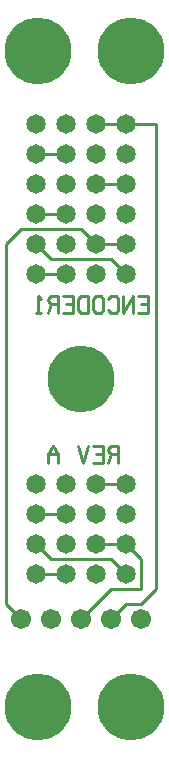
<source format=gbl>
%MOIN*%
%FSLAX25Y25*%
G04 D10 used for Character Trace; *
G04     Circle (OD=.01000) (No hole)*
G04 D11 used for Power Trace; *
G04     Circle (OD=.06500) (No hole)*
G04 D12 used for Signal Trace; *
G04     Circle (OD=.01100) (No hole)*
G04 D13 used for Via; *
G04     Circle (OD=.05800) (Round. Hole ID=.02800)*
G04 D14 used for Component hole; *
G04     Circle (OD=.06500) (Round. Hole ID=.03500)*
G04 D15 used for Component hole; *
G04     Circle (OD=.06700) (Round. Hole ID=.04300)*
G04 D16 used for Component hole; *
G04     Circle (OD=.08100) (Round. Hole ID=.05100)*
G04 D17 used for Component hole; *
G04     Circle (OD=.08900) (Round. Hole ID=.05900)*
G04 D18 used for Component hole; *
G04     Circle (OD=.11300) (Round. Hole ID=.08300)*
G04 D19 used for Component hole; *
G04     Circle (OD=.16000) (Round. Hole ID=.13000)*
G04 D20 used for Component hole; *
G04     Circle (OD=.18300) (Round. Hole ID=.15300)*
G04 D21 used for Component hole; *
G04     Circle (OD=.22291) (Round. Hole ID=.19291)*
%ADD10C,.01000*%
%ADD11C,.06500*%
%ADD12C,.01100*%
%ADD13C,.05800*%
%ADD14C,.06500*%
%ADD15C,.06700*%
%ADD16C,.08100*%
%ADD17C,.08900*%
%ADD18C,.11300*%
%ADD19C,.16000*%
%ADD20C,.18300*%
%ADD21C,.22291*%
%IPPOS*%
%LPD*%
G90*X0Y0D02*D21*X15625Y15625D03*D15*              
X40000Y45000D03*D12*X45000Y50000D01*X50000D01*    
X55000Y55000D01*Y210000D01*X45000D01*D14*D03*D12* 
X35000D01*D14*D03*X45000Y200000D03*X25000D03*D12* 
X15000D01*D14*D03*X25000Y190000D03*Y210000D03*    
X15000D03*Y190000D03*X35000Y180000D03*Y190000D03* 
D12*X45000D01*D14*D03*X35000Y200000D03*           
X45000Y180000D03*D12*X35000Y170000D02*            
X30000Y175000D01*D14*X35000Y170000D03*D12*        
X45000D01*D14*D03*D12*Y160000D02*X40000Y165000D01*
D14*X45000Y160000D03*D12*X20000Y165000D02*        
X40000D01*X20000D02*X15000Y170000D01*D14*D03*D12* 
X5000D02*X10000Y175000D01*X5000Y50000D02*         
Y170000D01*X10000Y45000D02*X5000Y50000D01*D15*    
X10000Y45000D03*X20000D03*D14*X25000Y60000D03*D12*
X15000D01*D14*D03*D12*X20000Y65000D02*X40000D01*  
X45000Y60000D01*D14*D03*D12*X40000Y55000D02*      
X50000D01*X30000Y45000D02*X40000Y55000D01*D15*    
X30000Y45000D03*D14*X35000Y60000D03*D12*          
X50000Y55000D02*Y65000D01*X45000Y70000D01*D14*D03*
D12*X35000D01*D14*D03*X45000Y80000D03*X25000D03*  
D12*X15000D01*D14*D03*X25000Y70000D03*Y90000D03*  
X15000D03*Y70000D03*D12*X20000Y65000D01*D14*      
X35000Y80000D03*X45000Y90000D03*D12*X35000D01*D14*
D03*D10*X42511Y97129D02*Y102871D01*X40000D01*     
X39163Y101914D01*Y100957D01*X40000Y100000D01*     
X42511D01*X40000D02*X39163Y97129D01*X34163D02*    
X37511D01*Y102871D01*X34163D01*X37511Y100000D02*  
X35000D01*X32511Y102871D02*X30837Y97129D01*       
X29163Y102871D01*X22511Y97129D02*Y100000D01*      
X20837Y102871D01*X19163Y100000D01*Y97129D01*      
X22511Y100000D02*X19163D01*D21*X30000Y125000D03*  
D15*X50000Y45000D03*D10*X49163Y147129D02*         
X52511D01*Y152871D01*X49163D01*X52511Y150000D02*  
X50000D01*X47511Y147129D02*Y152871D01*            
X44163Y147129D01*Y152871D01*X39163Y148086D02*     
X40000Y147129D01*X41674D01*X42511Y148086D01*      
Y151914D01*X41674Y152871D01*X40000D01*            
X39163Y151914D01*X34163Y148086D02*                
X35000Y147129D01*X36674D01*X37511Y148086D01*      
Y151914D01*X36674Y152871D01*X35000D01*            
X34163Y151914D01*Y148086D01*X32511Y147129D02*     
Y152871D01*X30000D01*X29163Y151914D01*Y148086D01* 
X30000Y147129D01*X32511D01*X24163D02*X27511D01*   
Y152871D01*X24163D01*X27511Y150000D02*X25000D01*  
X22511Y147129D02*Y152871D01*X20000D01*            
X19163Y151914D01*Y150957D01*X20000Y150000D01*     
X22511D01*X20000D02*X19163Y147129D01*             
X16674Y151914D02*X15837Y152871D01*Y147129D01*     
X16674D02*X15000D01*D14*X35000Y160000D03*         
X25000D03*D12*X15000D01*D14*D03*X25000Y170000D03* 
D12*X10000Y175000D02*X30000D01*D14*               
X15000Y180000D03*D12*X25000D01*D14*D03*D21*       
X46875Y234375D03*X15625D03*X46875Y15625D03*M02*   

</source>
